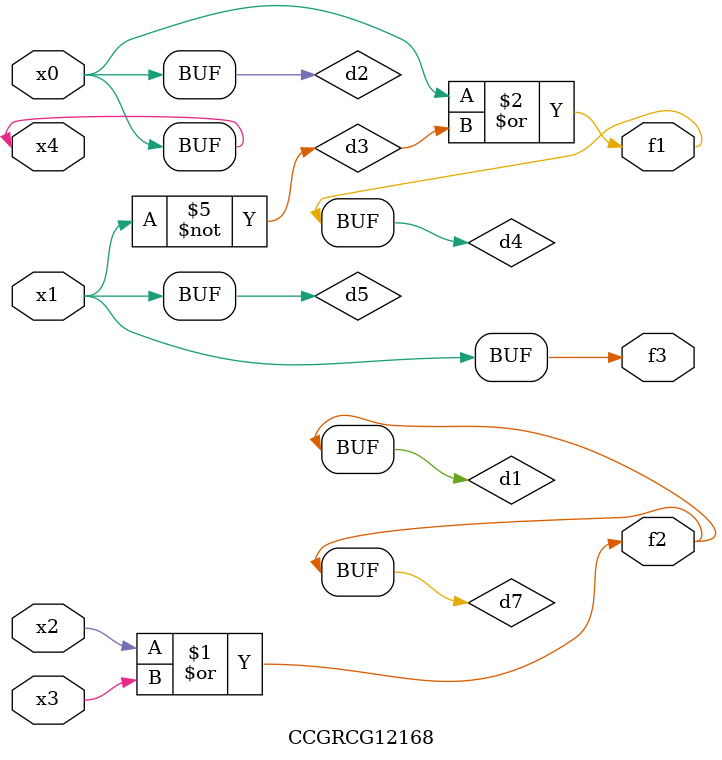
<source format=v>
module CCGRCG12168(
	input x0, x1, x2, x3, x4,
	output f1, f2, f3
);

	wire d1, d2, d3, d4, d5, d6, d7;

	or (d1, x2, x3);
	buf (d2, x0, x4);
	not (d3, x1);
	or (d4, d2, d3);
	not (d5, d3);
	nand (d6, d1, d3);
	or (d7, d1);
	assign f1 = d4;
	assign f2 = d7;
	assign f3 = d5;
endmodule

</source>
